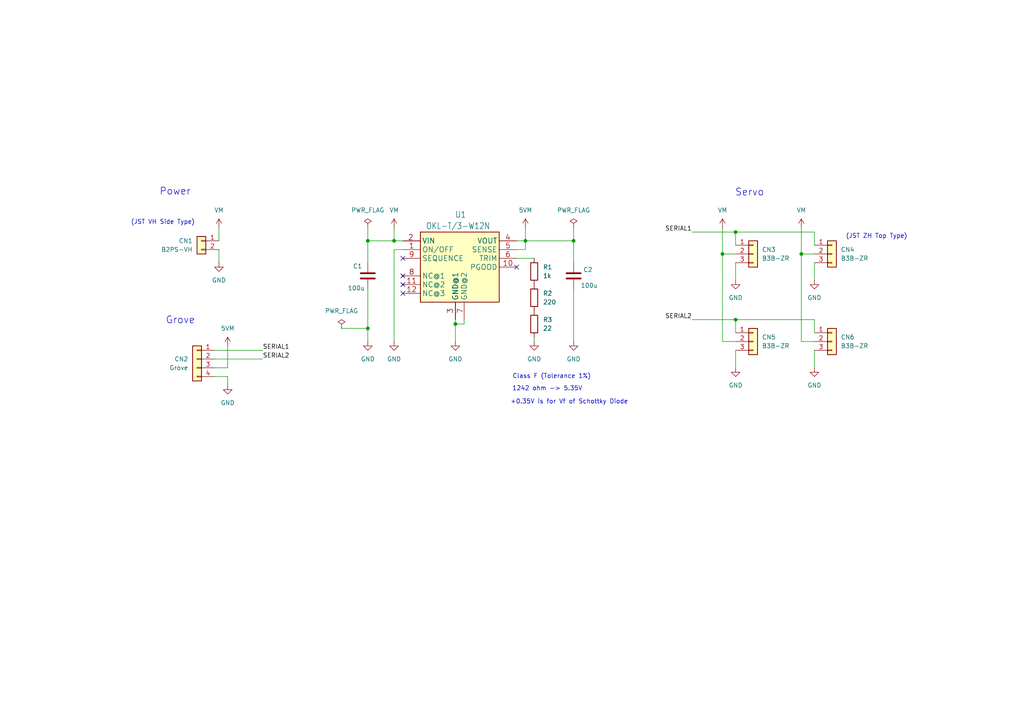
<source format=kicad_sch>
(kicad_sch
	(version 20250114)
	(generator "eeschema")
	(generator_version "9.0")
	(uuid "37f78be0-f9e9-4811-b780-892627006884")
	(paper "A4")
	(title_block
		(title "Stack-chan Powerd / Distribution Board")
		(date "2025-08-11")
		(rev "1.0")
	)
	(lib_symbols
		(symbol "Connector_Generic:Conn_01x02"
			(pin_names
				(offset 1.016)
				(hide yes)
			)
			(exclude_from_sim no)
			(in_bom yes)
			(on_board yes)
			(property "Reference" "J"
				(at 0 2.54 0)
				(effects
					(font
						(size 1.27 1.27)
					)
				)
			)
			(property "Value" "Conn_01x02"
				(at 0 -5.08 0)
				(effects
					(font
						(size 1.27 1.27)
					)
				)
			)
			(property "Footprint" ""
				(at 0 0 0)
				(effects
					(font
						(size 1.27 1.27)
					)
					(hide yes)
				)
			)
			(property "Datasheet" "~"
				(at 0 0 0)
				(effects
					(font
						(size 1.27 1.27)
					)
					(hide yes)
				)
			)
			(property "Description" "Generic connector, single row, 01x02, script generated (kicad-library-utils/schlib/autogen/connector/)"
				(at 0 0 0)
				(effects
					(font
						(size 1.27 1.27)
					)
					(hide yes)
				)
			)
			(property "ki_keywords" "connector"
				(at 0 0 0)
				(effects
					(font
						(size 1.27 1.27)
					)
					(hide yes)
				)
			)
			(property "ki_fp_filters" "Connector*:*_1x??_*"
				(at 0 0 0)
				(effects
					(font
						(size 1.27 1.27)
					)
					(hide yes)
				)
			)
			(symbol "Conn_01x02_1_1"
				(rectangle
					(start -1.27 1.27)
					(end 1.27 -3.81)
					(stroke
						(width 0.254)
						(type default)
					)
					(fill
						(type background)
					)
				)
				(rectangle
					(start -1.27 0.127)
					(end 0 -0.127)
					(stroke
						(width 0.1524)
						(type default)
					)
					(fill
						(type none)
					)
				)
				(rectangle
					(start -1.27 -2.413)
					(end 0 -2.667)
					(stroke
						(width 0.1524)
						(type default)
					)
					(fill
						(type none)
					)
				)
				(pin passive line
					(at -5.08 0 0)
					(length 3.81)
					(name "Pin_1"
						(effects
							(font
								(size 1.27 1.27)
							)
						)
					)
					(number "1"
						(effects
							(font
								(size 1.27 1.27)
							)
						)
					)
				)
				(pin passive line
					(at -5.08 -2.54 0)
					(length 3.81)
					(name "Pin_2"
						(effects
							(font
								(size 1.27 1.27)
							)
						)
					)
					(number "2"
						(effects
							(font
								(size 1.27 1.27)
							)
						)
					)
				)
			)
			(embedded_fonts no)
		)
		(symbol "Connector_Generic:Conn_01x03"
			(pin_names
				(offset 1.016)
				(hide yes)
			)
			(exclude_from_sim no)
			(in_bom yes)
			(on_board yes)
			(property "Reference" "J"
				(at 0 5.08 0)
				(effects
					(font
						(size 1.27 1.27)
					)
				)
			)
			(property "Value" "Conn_01x03"
				(at 0 -5.08 0)
				(effects
					(font
						(size 1.27 1.27)
					)
				)
			)
			(property "Footprint" ""
				(at 0 0 0)
				(effects
					(font
						(size 1.27 1.27)
					)
					(hide yes)
				)
			)
			(property "Datasheet" "~"
				(at 0 0 0)
				(effects
					(font
						(size 1.27 1.27)
					)
					(hide yes)
				)
			)
			(property "Description" "Generic connector, single row, 01x03, script generated (kicad-library-utils/schlib/autogen/connector/)"
				(at 0 0 0)
				(effects
					(font
						(size 1.27 1.27)
					)
					(hide yes)
				)
			)
			(property "ki_keywords" "connector"
				(at 0 0 0)
				(effects
					(font
						(size 1.27 1.27)
					)
					(hide yes)
				)
			)
			(property "ki_fp_filters" "Connector*:*_1x??_*"
				(at 0 0 0)
				(effects
					(font
						(size 1.27 1.27)
					)
					(hide yes)
				)
			)
			(symbol "Conn_01x03_1_1"
				(rectangle
					(start -1.27 3.81)
					(end 1.27 -3.81)
					(stroke
						(width 0.254)
						(type default)
					)
					(fill
						(type background)
					)
				)
				(rectangle
					(start -1.27 2.667)
					(end 0 2.413)
					(stroke
						(width 0.1524)
						(type default)
					)
					(fill
						(type none)
					)
				)
				(rectangle
					(start -1.27 0.127)
					(end 0 -0.127)
					(stroke
						(width 0.1524)
						(type default)
					)
					(fill
						(type none)
					)
				)
				(rectangle
					(start -1.27 -2.413)
					(end 0 -2.667)
					(stroke
						(width 0.1524)
						(type default)
					)
					(fill
						(type none)
					)
				)
				(pin passive line
					(at -5.08 2.54 0)
					(length 3.81)
					(name "Pin_1"
						(effects
							(font
								(size 1.27 1.27)
							)
						)
					)
					(number "1"
						(effects
							(font
								(size 1.27 1.27)
							)
						)
					)
				)
				(pin passive line
					(at -5.08 0 0)
					(length 3.81)
					(name "Pin_2"
						(effects
							(font
								(size 1.27 1.27)
							)
						)
					)
					(number "2"
						(effects
							(font
								(size 1.27 1.27)
							)
						)
					)
				)
				(pin passive line
					(at -5.08 -2.54 0)
					(length 3.81)
					(name "Pin_3"
						(effects
							(font
								(size 1.27 1.27)
							)
						)
					)
					(number "3"
						(effects
							(font
								(size 1.27 1.27)
							)
						)
					)
				)
			)
			(embedded_fonts no)
		)
		(symbol "Connector_Generic:Conn_01x04"
			(pin_names
				(offset 1.016)
				(hide yes)
			)
			(exclude_from_sim no)
			(in_bom yes)
			(on_board yes)
			(property "Reference" "J"
				(at 0 5.08 0)
				(effects
					(font
						(size 1.27 1.27)
					)
				)
			)
			(property "Value" "Conn_01x04"
				(at 0 -7.62 0)
				(effects
					(font
						(size 1.27 1.27)
					)
				)
			)
			(property "Footprint" ""
				(at 0 0 0)
				(effects
					(font
						(size 1.27 1.27)
					)
					(hide yes)
				)
			)
			(property "Datasheet" "~"
				(at 0 0 0)
				(effects
					(font
						(size 1.27 1.27)
					)
					(hide yes)
				)
			)
			(property "Description" "Generic connector, single row, 01x04, script generated (kicad-library-utils/schlib/autogen/connector/)"
				(at 0 0 0)
				(effects
					(font
						(size 1.27 1.27)
					)
					(hide yes)
				)
			)
			(property "ki_keywords" "connector"
				(at 0 0 0)
				(effects
					(font
						(size 1.27 1.27)
					)
					(hide yes)
				)
			)
			(property "ki_fp_filters" "Connector*:*_1x??_*"
				(at 0 0 0)
				(effects
					(font
						(size 1.27 1.27)
					)
					(hide yes)
				)
			)
			(symbol "Conn_01x04_1_1"
				(rectangle
					(start -1.27 3.81)
					(end 1.27 -6.35)
					(stroke
						(width 0.254)
						(type default)
					)
					(fill
						(type background)
					)
				)
				(rectangle
					(start -1.27 2.667)
					(end 0 2.413)
					(stroke
						(width 0.1524)
						(type default)
					)
					(fill
						(type none)
					)
				)
				(rectangle
					(start -1.27 0.127)
					(end 0 -0.127)
					(stroke
						(width 0.1524)
						(type default)
					)
					(fill
						(type none)
					)
				)
				(rectangle
					(start -1.27 -2.413)
					(end 0 -2.667)
					(stroke
						(width 0.1524)
						(type default)
					)
					(fill
						(type none)
					)
				)
				(rectangle
					(start -1.27 -4.953)
					(end 0 -5.207)
					(stroke
						(width 0.1524)
						(type default)
					)
					(fill
						(type none)
					)
				)
				(pin passive line
					(at -5.08 2.54 0)
					(length 3.81)
					(name "Pin_1"
						(effects
							(font
								(size 1.27 1.27)
							)
						)
					)
					(number "1"
						(effects
							(font
								(size 1.27 1.27)
							)
						)
					)
				)
				(pin passive line
					(at -5.08 0 0)
					(length 3.81)
					(name "Pin_2"
						(effects
							(font
								(size 1.27 1.27)
							)
						)
					)
					(number "2"
						(effects
							(font
								(size 1.27 1.27)
							)
						)
					)
				)
				(pin passive line
					(at -5.08 -2.54 0)
					(length 3.81)
					(name "Pin_3"
						(effects
							(font
								(size 1.27 1.27)
							)
						)
					)
					(number "3"
						(effects
							(font
								(size 1.27 1.27)
							)
						)
					)
				)
				(pin passive line
					(at -5.08 -5.08 0)
					(length 3.81)
					(name "Pin_4"
						(effects
							(font
								(size 1.27 1.27)
							)
						)
					)
					(number "4"
						(effects
							(font
								(size 1.27 1.27)
							)
						)
					)
				)
			)
			(embedded_fonts no)
		)
		(symbol "Device:C"
			(pin_numbers
				(hide yes)
			)
			(pin_names
				(offset 0.254)
			)
			(exclude_from_sim no)
			(in_bom yes)
			(on_board yes)
			(property "Reference" "C"
				(at 0.635 2.54 0)
				(effects
					(font
						(size 1.27 1.27)
					)
					(justify left)
				)
			)
			(property "Value" "C"
				(at 0.635 -2.54 0)
				(effects
					(font
						(size 1.27 1.27)
					)
					(justify left)
				)
			)
			(property "Footprint" ""
				(at 0.9652 -3.81 0)
				(effects
					(font
						(size 1.27 1.27)
					)
					(hide yes)
				)
			)
			(property "Datasheet" "~"
				(at 0 0 0)
				(effects
					(font
						(size 1.27 1.27)
					)
					(hide yes)
				)
			)
			(property "Description" "Unpolarized capacitor"
				(at 0 0 0)
				(effects
					(font
						(size 1.27 1.27)
					)
					(hide yes)
				)
			)
			(property "ki_keywords" "cap capacitor"
				(at 0 0 0)
				(effects
					(font
						(size 1.27 1.27)
					)
					(hide yes)
				)
			)
			(property "ki_fp_filters" "C_*"
				(at 0 0 0)
				(effects
					(font
						(size 1.27 1.27)
					)
					(hide yes)
				)
			)
			(symbol "C_0_1"
				(polyline
					(pts
						(xy -2.032 0.762) (xy 2.032 0.762)
					)
					(stroke
						(width 0.508)
						(type default)
					)
					(fill
						(type none)
					)
				)
				(polyline
					(pts
						(xy -2.032 -0.762) (xy 2.032 -0.762)
					)
					(stroke
						(width 0.508)
						(type default)
					)
					(fill
						(type none)
					)
				)
			)
			(symbol "C_1_1"
				(pin passive line
					(at 0 3.81 270)
					(length 2.794)
					(name "~"
						(effects
							(font
								(size 1.27 1.27)
							)
						)
					)
					(number "1"
						(effects
							(font
								(size 1.27 1.27)
							)
						)
					)
				)
				(pin passive line
					(at 0 -3.81 90)
					(length 2.794)
					(name "~"
						(effects
							(font
								(size 1.27 1.27)
							)
						)
					)
					(number "2"
						(effects
							(font
								(size 1.27 1.27)
							)
						)
					)
				)
			)
			(embedded_fonts no)
		)
		(symbol "Device:R"
			(pin_numbers
				(hide yes)
			)
			(pin_names
				(offset 0)
			)
			(exclude_from_sim no)
			(in_bom yes)
			(on_board yes)
			(property "Reference" "R"
				(at 2.032 0 90)
				(effects
					(font
						(size 1.27 1.27)
					)
				)
			)
			(property "Value" "R"
				(at 0 0 90)
				(effects
					(font
						(size 1.27 1.27)
					)
				)
			)
			(property "Footprint" ""
				(at -1.778 0 90)
				(effects
					(font
						(size 1.27 1.27)
					)
					(hide yes)
				)
			)
			(property "Datasheet" "~"
				(at 0 0 0)
				(effects
					(font
						(size 1.27 1.27)
					)
					(hide yes)
				)
			)
			(property "Description" "Resistor"
				(at 0 0 0)
				(effects
					(font
						(size 1.27 1.27)
					)
					(hide yes)
				)
			)
			(property "ki_keywords" "R res resistor"
				(at 0 0 0)
				(effects
					(font
						(size 1.27 1.27)
					)
					(hide yes)
				)
			)
			(property "ki_fp_filters" "R_*"
				(at 0 0 0)
				(effects
					(font
						(size 1.27 1.27)
					)
					(hide yes)
				)
			)
			(symbol "R_0_1"
				(rectangle
					(start -1.016 -2.54)
					(end 1.016 2.54)
					(stroke
						(width 0.254)
						(type default)
					)
					(fill
						(type none)
					)
				)
			)
			(symbol "R_1_1"
				(pin passive line
					(at 0 3.81 270)
					(length 1.27)
					(name "~"
						(effects
							(font
								(size 1.27 1.27)
							)
						)
					)
					(number "1"
						(effects
							(font
								(size 1.27 1.27)
							)
						)
					)
				)
				(pin passive line
					(at 0 -3.81 90)
					(length 1.27)
					(name "~"
						(effects
							(font
								(size 1.27 1.27)
							)
						)
					)
					(number "2"
						(effects
							(font
								(size 1.27 1.27)
							)
						)
					)
				)
			)
			(embedded_fonts no)
		)
		(symbol "OKL_T6_W12N:OKL-T/6-W12N"
			(exclude_from_sim no)
			(in_bom yes)
			(on_board yes)
			(property "Reference" "U"
				(at -12.7 12.7 0)
				(effects
					(font
						(size 1.778 1.5113)
					)
					(justify left bottom)
				)
			)
			(property "Value" ""
				(at -12.7 10.16 0)
				(effects
					(font
						(size 1.778 1.5113)
					)
					(justify left bottom)
				)
			)
			(property "Footprint" "OKL-T_X-WXXN"
				(at 0 9.398 0)
				(effects
					(font
						(size 1.27 1.27)
					)
					(hide yes)
				)
			)
			(property "Datasheet" ""
				(at 0 0 0)
				(effects
					(font
						(size 1.27 1.27)
					)
					(hide yes)
				)
			)
			(property "Description" ""
				(at 0 0 0)
				(effects
					(font
						(size 1.27 1.27)
					)
					(hide yes)
				)
			)
			(property "ki_locked" ""
				(at 0 0 0)
				(effects
					(font
						(size 1.27 1.27)
					)
				)
			)
			(symbol "OKL-T/6-W12N_1_0"
				(pin power_in line
					(at -15.24 5.08 0)
					(length 5.08)
					(name "VIN"
						(effects
							(font
								(size 1.524 1.524)
							)
						)
					)
					(number "2"
						(effects
							(font
								(size 0 0)
							)
						)
					)
				)
				(pin power_in line
					(at -15.24 5.08 0)
					(length 5.08)
					(name "VIN"
						(effects
							(font
								(size 1.524 1.524)
							)
						)
					)
					(number "2@2"
						(effects
							(font
								(size 0 0)
							)
						)
					)
				)
				(pin power_in line
					(at -15.24 5.08 0)
					(length 5.08)
					(name "VIN"
						(effects
							(font
								(size 1.524 1.524)
							)
						)
					)
					(number "2@3"
						(effects
							(font
								(size 0 0)
							)
						)
					)
				)
				(pin input line
					(at -15.24 2.54 0)
					(length 5.08)
					(name "ON/OFF"
						(effects
							(font
								(size 1.524 1.524)
							)
						)
					)
					(number "1"
						(effects
							(font
								(size 1.524 1.524)
							)
						)
					)
				)
				(pin input line
					(at -15.24 0 0)
					(length 5.08)
					(name "SEQUENCE"
						(effects
							(font
								(size 1.524 1.524)
							)
						)
					)
					(number "9"
						(effects
							(font
								(size 1.524 1.524)
							)
						)
					)
				)
				(pin no_connect line
					(at -15.24 -5.08 0)
					(length 5.08)
					(name "NC@1"
						(effects
							(font
								(size 1.524 1.524)
							)
						)
					)
					(number "8"
						(effects
							(font
								(size 1.524 1.524)
							)
						)
					)
				)
				(pin no_connect line
					(at -15.24 -7.62 0)
					(length 5.08)
					(name "NC@2"
						(effects
							(font
								(size 1.524 1.524)
							)
						)
					)
					(number "11"
						(effects
							(font
								(size 1.524 1.524)
							)
						)
					)
				)
				(pin bidirectional line
					(at -15.24 -10.16 0)
					(length 5.08)
					(name "NC@3"
						(effects
							(font
								(size 1.524 1.524)
							)
						)
					)
					(number "12"
						(effects
							(font
								(size 1.524 1.524)
							)
						)
					)
				)
				(pin power_in line
					(at 0 -17.78 90)
					(length 5.08)
					(name "GND@1"
						(effects
							(font
								(size 1.524 1.524)
							)
						)
					)
					(number "3"
						(effects
							(font
								(size 0 0)
							)
						)
					)
				)
				(pin power_in line
					(at 0 -17.78 90)
					(length 5.08)
					(name "GND@1"
						(effects
							(font
								(size 1.524 1.524)
							)
						)
					)
					(number "3@2"
						(effects
							(font
								(size 0 0)
							)
						)
					)
				)
				(pin power_in line
					(at 0 -17.78 90)
					(length 5.08)
					(name "GND@1"
						(effects
							(font
								(size 1.524 1.524)
							)
						)
					)
					(number "3@3"
						(effects
							(font
								(size 0 0)
							)
						)
					)
				)
				(pin power_in line
					(at 2.54 -17.78 90)
					(length 5.08)
					(name "GND@2"
						(effects
							(font
								(size 1.524 1.524)
							)
						)
					)
					(number "7"
						(effects
							(font
								(size 1.524 1.524)
							)
						)
					)
				)
				(pin power_in line
					(at 17.78 5.08 180)
					(length 5.08)
					(name "VOUT"
						(effects
							(font
								(size 1.524 1.524)
							)
						)
					)
					(number "4"
						(effects
							(font
								(size 0 0)
							)
						)
					)
				)
				(pin power_in line
					(at 17.78 5.08 180)
					(length 5.08)
					(name "VOUT"
						(effects
							(font
								(size 1.524 1.524)
							)
						)
					)
					(number "4@1"
						(effects
							(font
								(size 0 0)
							)
						)
					)
				)
				(pin input line
					(at 17.78 2.54 180)
					(length 5.08)
					(name "SENSE"
						(effects
							(font
								(size 1.524 1.524)
							)
						)
					)
					(number "5"
						(effects
							(font
								(size 1.524 1.524)
							)
						)
					)
				)
				(pin input line
					(at 17.78 0 180)
					(length 5.08)
					(name "TRIM"
						(effects
							(font
								(size 1.524 1.524)
							)
						)
					)
					(number "6"
						(effects
							(font
								(size 1.524 1.524)
							)
						)
					)
				)
				(pin open_collector line
					(at 17.78 -2.54 180)
					(length 5.08)
					(name "PGOOD"
						(effects
							(font
								(size 1.524 1.524)
							)
						)
					)
					(number "10"
						(effects
							(font
								(size 1.524 1.524)
							)
						)
					)
				)
			)
			(symbol "OKL-T/6-W12N_1_1"
				(rectangle
					(start -10.16 7.62)
					(end 12.7 -12.7)
					(stroke
						(width 0.254)
						(type default)
					)
					(fill
						(type background)
					)
				)
				(text "2"
					(at -12.954 6.096 0)
					(effects
						(font
							(size 1.524 1.524)
						)
					)
				)
				(text "3"
					(at -1.524 -15.24 900)
					(effects
						(font
							(size 1.524 1.524)
						)
					)
				)
				(text "4"
					(at 15.24 6.096 0)
					(effects
						(font
							(size 1.524 1.524)
						)
					)
				)
			)
			(embedded_fonts no)
		)
		(symbol "power:+12C"
			(power)
			(pin_numbers
				(hide yes)
			)
			(pin_names
				(offset 0)
				(hide yes)
			)
			(exclude_from_sim no)
			(in_bom yes)
			(on_board yes)
			(property "Reference" "#PWR"
				(at 0 -3.81 0)
				(effects
					(font
						(size 1.27 1.27)
					)
					(hide yes)
				)
			)
			(property "Value" "+12C"
				(at 0 3.556 0)
				(effects
					(font
						(size 1.27 1.27)
					)
				)
			)
			(property "Footprint" ""
				(at 0 0 0)
				(effects
					(font
						(size 1.27 1.27)
					)
					(hide yes)
				)
			)
			(property "Datasheet" ""
				(at 0 0 0)
				(effects
					(font
						(size 1.27 1.27)
					)
					(hide yes)
				)
			)
			(property "Description" "Power symbol creates a global label with name \"+12C\""
				(at 0 0 0)
				(effects
					(font
						(size 1.27 1.27)
					)
					(hide yes)
				)
			)
			(property "ki_keywords" "global power"
				(at 0 0 0)
				(effects
					(font
						(size 1.27 1.27)
					)
					(hide yes)
				)
			)
			(symbol "+12C_0_1"
				(polyline
					(pts
						(xy -0.762 1.27) (xy 0 2.54)
					)
					(stroke
						(width 0)
						(type default)
					)
					(fill
						(type none)
					)
				)
				(polyline
					(pts
						(xy 0 2.54) (xy 0.762 1.27)
					)
					(stroke
						(width 0)
						(type default)
					)
					(fill
						(type none)
					)
				)
				(polyline
					(pts
						(xy 0 0) (xy 0 2.54)
					)
					(stroke
						(width 0)
						(type default)
					)
					(fill
						(type none)
					)
				)
			)
			(symbol "+12C_1_1"
				(pin power_in line
					(at 0 0 90)
					(length 0)
					(name "~"
						(effects
							(font
								(size 1.27 1.27)
							)
						)
					)
					(number "1"
						(effects
							(font
								(size 1.27 1.27)
							)
						)
					)
				)
			)
			(embedded_fonts no)
		)
		(symbol "power:GND"
			(power)
			(pin_numbers
				(hide yes)
			)
			(pin_names
				(offset 0)
				(hide yes)
			)
			(exclude_from_sim no)
			(in_bom yes)
			(on_board yes)
			(property "Reference" "#PWR"
				(at 0 -6.35 0)
				(effects
					(font
						(size 1.27 1.27)
					)
					(hide yes)
				)
			)
			(property "Value" "GND"
				(at 0 -3.81 0)
				(effects
					(font
						(size 1.27 1.27)
					)
				)
			)
			(property "Footprint" ""
				(at 0 0 0)
				(effects
					(font
						(size 1.27 1.27)
					)
					(hide yes)
				)
			)
			(property "Datasheet" ""
				(at 0 0 0)
				(effects
					(font
						(size 1.27 1.27)
					)
					(hide yes)
				)
			)
			(property "Description" "Power symbol creates a global label with name \"GND\" , ground"
				(at 0 0 0)
				(effects
					(font
						(size 1.27 1.27)
					)
					(hide yes)
				)
			)
			(property "ki_keywords" "global power"
				(at 0 0 0)
				(effects
					(font
						(size 1.27 1.27)
					)
					(hide yes)
				)
			)
			(symbol "GND_0_1"
				(polyline
					(pts
						(xy 0 0) (xy 0 -1.27) (xy 1.27 -1.27) (xy 0 -2.54) (xy -1.27 -1.27) (xy 0 -1.27)
					)
					(stroke
						(width 0)
						(type default)
					)
					(fill
						(type none)
					)
				)
			)
			(symbol "GND_1_1"
				(pin power_in line
					(at 0 0 270)
					(length 0)
					(name "~"
						(effects
							(font
								(size 1.27 1.27)
							)
						)
					)
					(number "1"
						(effects
							(font
								(size 1.27 1.27)
							)
						)
					)
				)
			)
			(embedded_fonts no)
		)
		(symbol "power:PWR_FLAG"
			(power)
			(pin_numbers
				(hide yes)
			)
			(pin_names
				(offset 0)
				(hide yes)
			)
			(exclude_from_sim no)
			(in_bom yes)
			(on_board yes)
			(property "Reference" "#FLG"
				(at 0 1.905 0)
				(effects
					(font
						(size 1.27 1.27)
					)
					(hide yes)
				)
			)
			(property "Value" "PWR_FLAG"
				(at 0 3.81 0)
				(effects
					(font
						(size 1.27 1.27)
					)
				)
			)
			(property "Footprint" ""
				(at 0 0 0)
				(effects
					(font
						(size 1.27 1.27)
					)
					(hide yes)
				)
			)
			(property "Datasheet" "~"
				(at 0 0 0)
				(effects
					(font
						(size 1.27 1.27)
					)
					(hide yes)
				)
			)
			(property "Description" "Special symbol for telling ERC where power comes from"
				(at 0 0 0)
				(effects
					(font
						(size 1.27 1.27)
					)
					(hide yes)
				)
			)
			(property "ki_keywords" "flag power"
				(at 0 0 0)
				(effects
					(font
						(size 1.27 1.27)
					)
					(hide yes)
				)
			)
			(symbol "PWR_FLAG_0_0"
				(pin power_out line
					(at 0 0 90)
					(length 0)
					(name "~"
						(effects
							(font
								(size 1.27 1.27)
							)
						)
					)
					(number "1"
						(effects
							(font
								(size 1.27 1.27)
							)
						)
					)
				)
			)
			(symbol "PWR_FLAG_0_1"
				(polyline
					(pts
						(xy 0 0) (xy 0 1.27) (xy -1.016 1.905) (xy 0 2.54) (xy 1.016 1.905) (xy 0 1.27)
					)
					(stroke
						(width 0)
						(type default)
					)
					(fill
						(type none)
					)
				)
			)
			(embedded_fonts no)
		)
	)
	(text "Servo"
		(exclude_from_sim no)
		(at 217.424 55.88 0)
		(effects
			(font
				(size 2.032 2.032)
			)
		)
		(uuid "0b410d83-3710-4379-84a2-8de82f7cd69f")
	)
	(text "Power"
		(exclude_from_sim no)
		(at 50.8 55.626 0)
		(effects
			(font
				(size 2.032 2.032)
			)
		)
		(uuid "24e0d574-fde2-4291-89d9-ac5d434c8d1e")
	)
	(text "1242 ohm -> 5.35V"
		(exclude_from_sim no)
		(at 158.75 112.776 0)
		(effects
			(font
				(size 1.27 1.27)
			)
		)
		(uuid "27df7648-5649-4dbd-8385-afb62c82db27")
	)
	(text "(JST VH Side Type)"
		(exclude_from_sim no)
		(at 47.244 64.516 0)
		(effects
			(font
				(size 1.27 1.27)
			)
		)
		(uuid "34d17693-bd87-49db-adaa-fb2808a262bd")
	)
	(text "+0.35V is for Vf of Schottky Diode"
		(exclude_from_sim no)
		(at 165.1 116.586 0)
		(effects
			(font
				(size 1.27 1.27)
			)
		)
		(uuid "6ca0d33c-be67-4177-849c-3d697e4172ff")
	)
	(text "(JST ZH Top Type)"
		(exclude_from_sim no)
		(at 254.254 68.58 0)
		(effects
			(font
				(size 1.27 1.27)
			)
		)
		(uuid "817744f9-8e59-4bf6-90f1-42cfc753f14f")
	)
	(text "Grove"
		(exclude_from_sim no)
		(at 52.324 92.964 0)
		(effects
			(font
				(size 2.032 2.032)
			)
		)
		(uuid "8b22135b-6234-4b02-b8e4-355a64e60cd2")
	)
	(text "Class F (Tolerance 1%)"
		(exclude_from_sim no)
		(at 160.02 109.22 0)
		(effects
			(font
				(size 1.27 1.27)
			)
		)
		(uuid "cf822235-bb7c-4068-8b56-0a7f013ece1d")
	)
	(junction
		(at 209.55 73.66)
		(diameter 0)
		(color 0 0 0 0)
		(uuid "7f51fbaf-80f8-4311-b54c-42622381250d")
	)
	(junction
		(at 232.41 73.66)
		(diameter 0)
		(color 0 0 0 0)
		(uuid "90c1b0b4-4a76-42e9-91bc-397554eb2a1e")
	)
	(junction
		(at 132.08 93.98)
		(diameter 0)
		(color 0 0 0 0)
		(uuid "99c7c7be-39f7-42e8-a036-e7a8921e2767")
	)
	(junction
		(at 152.4 69.85)
		(diameter 0)
		(color 0 0 0 0)
		(uuid "ad9bdd21-4970-4b63-9be6-70e81caef6e9")
	)
	(junction
		(at 106.68 69.85)
		(diameter 0)
		(color 0 0 0 0)
		(uuid "adb8115e-6955-48df-8c0e-c4758c6e9559")
	)
	(junction
		(at 106.68 95.25)
		(diameter 0)
		(color 0 0 0 0)
		(uuid "b6a105e0-e80f-4d36-a879-6d9f079a07ad")
	)
	(junction
		(at 166.37 69.85)
		(diameter 0)
		(color 0 0 0 0)
		(uuid "c1ab018b-34a8-41d6-a822-04ddf5923b35")
	)
	(junction
		(at 114.3 69.85)
		(diameter 0)
		(color 0 0 0 0)
		(uuid "dd8eb65c-4b34-40bc-a27d-0817f3881faf")
	)
	(junction
		(at 213.36 67.31)
		(diameter 0)
		(color 0 0 0 0)
		(uuid "e58f5ff5-f578-47ca-9945-97470a5efcb1")
	)
	(junction
		(at 213.36 92.71)
		(diameter 0)
		(color 0 0 0 0)
		(uuid "f5c20a23-0a6b-40e4-8611-c4839f297bc0")
	)
	(no_connect
		(at 116.84 74.93)
		(uuid "17d42945-7599-42de-8c50-064971221261")
	)
	(no_connect
		(at 116.84 82.55)
		(uuid "1f65bc30-313c-4b6f-99ab-9439c156b606")
	)
	(no_connect
		(at 149.86 77.47)
		(uuid "71120c55-6480-4c18-92b7-7c42ca60b916")
	)
	(no_connect
		(at 116.84 85.09)
		(uuid "8c82103b-8b45-4f22-83ab-3f5d117a2ee4")
	)
	(no_connect
		(at 116.84 80.01)
		(uuid "f211b552-bbb1-47ff-a583-1212c3ace954")
	)
	(wire
		(pts
			(xy 232.41 99.06) (xy 232.41 73.66)
		)
		(stroke
			(width 0)
			(type default)
		)
		(uuid "003c55cb-2ea2-4fd4-8776-fabb0557da0b")
	)
	(wire
		(pts
			(xy 232.41 73.66) (xy 236.22 73.66)
		)
		(stroke
			(width 0)
			(type default)
		)
		(uuid "02c2ea42-0ee2-479a-a18f-868aeb132dce")
	)
	(wire
		(pts
			(xy 236.22 99.06) (xy 232.41 99.06)
		)
		(stroke
			(width 0)
			(type default)
		)
		(uuid "04f2c08d-43c1-4626-a16e-63edb989a6d4")
	)
	(wire
		(pts
			(xy 106.68 95.25) (xy 106.68 99.06)
		)
		(stroke
			(width 0)
			(type default)
		)
		(uuid "0901ba9b-30d2-45f8-97ac-366bf55d0f5e")
	)
	(wire
		(pts
			(xy 99.06 95.25) (xy 106.68 95.25)
		)
		(stroke
			(width 0)
			(type default)
		)
		(uuid "0b0b6e3d-8204-4dc2-96fd-cfbe0fd44f9c")
	)
	(wire
		(pts
			(xy 106.68 83.82) (xy 106.68 95.25)
		)
		(stroke
			(width 0)
			(type default)
		)
		(uuid "158f7a21-e83b-46a7-8b84-51f59daea7ff")
	)
	(wire
		(pts
			(xy 236.22 96.52) (xy 236.22 92.71)
		)
		(stroke
			(width 0)
			(type default)
		)
		(uuid "1bb20dae-30c9-4cef-8404-2c366e72ac94")
	)
	(wire
		(pts
			(xy 106.68 69.85) (xy 114.3 69.85)
		)
		(stroke
			(width 0)
			(type default)
		)
		(uuid "1cfd084e-aeb2-487f-bb72-fa0342c2e01c")
	)
	(wire
		(pts
			(xy 213.36 67.31) (xy 236.22 67.31)
		)
		(stroke
			(width 0)
			(type default)
		)
		(uuid "1d6087b4-36da-47cb-a1bd-3bf0797c6b4c")
	)
	(wire
		(pts
			(xy 236.22 76.2) (xy 236.22 81.28)
		)
		(stroke
			(width 0)
			(type default)
		)
		(uuid "28fa2493-c024-4668-a49d-0932d263a18e")
	)
	(wire
		(pts
			(xy 209.55 66.04) (xy 209.55 73.66)
		)
		(stroke
			(width 0)
			(type default)
		)
		(uuid "296dbaaf-ed02-4758-b563-3d059cd23e55")
	)
	(wire
		(pts
			(xy 213.36 71.12) (xy 213.36 67.31)
		)
		(stroke
			(width 0)
			(type default)
		)
		(uuid "299c9f8a-339e-41b8-ac76-b71c5ddb5af6")
	)
	(wire
		(pts
			(xy 134.62 92.71) (xy 134.62 93.98)
		)
		(stroke
			(width 0)
			(type default)
		)
		(uuid "2a415a4f-1046-4657-9788-4d76e2754615")
	)
	(wire
		(pts
			(xy 152.4 66.04) (xy 152.4 69.85)
		)
		(stroke
			(width 0)
			(type default)
		)
		(uuid "31e586f8-ad8c-4141-8f10-cce2aa49ae35")
	)
	(wire
		(pts
			(xy 66.04 109.22) (xy 66.04 111.76)
		)
		(stroke
			(width 0)
			(type default)
		)
		(uuid "35ae9208-a1d9-49bd-9505-d41b7cb1c815")
	)
	(wire
		(pts
			(xy 213.36 76.2) (xy 213.36 81.28)
		)
		(stroke
			(width 0)
			(type default)
		)
		(uuid "3bf3fa97-2504-4cdf-bd53-a4d49c217e86")
	)
	(wire
		(pts
			(xy 62.23 109.22) (xy 66.04 109.22)
		)
		(stroke
			(width 0)
			(type default)
		)
		(uuid "4358e7b3-c251-4556-9dfb-5f69dd30bfaa")
	)
	(wire
		(pts
			(xy 116.84 69.85) (xy 114.3 69.85)
		)
		(stroke
			(width 0)
			(type default)
		)
		(uuid "4651d56f-f37c-4e07-888b-0ee2c02f4387")
	)
	(wire
		(pts
			(xy 132.08 99.06) (xy 132.08 93.98)
		)
		(stroke
			(width 0)
			(type default)
		)
		(uuid "4a546083-6af1-46d9-87ae-0b927fee607a")
	)
	(wire
		(pts
			(xy 114.3 72.39) (xy 114.3 99.06)
		)
		(stroke
			(width 0)
			(type default)
		)
		(uuid "53f65fa6-f9a7-4ff2-870a-958dd81e1568")
	)
	(wire
		(pts
			(xy 106.68 66.04) (xy 106.68 69.85)
		)
		(stroke
			(width 0)
			(type default)
		)
		(uuid "555bf830-4a92-47e6-a1c3-a03badc71ba6")
	)
	(wire
		(pts
			(xy 200.66 67.31) (xy 213.36 67.31)
		)
		(stroke
			(width 0)
			(type default)
		)
		(uuid "58e095e2-313a-476a-8dc3-44977e17d3bf")
	)
	(wire
		(pts
			(xy 166.37 66.04) (xy 166.37 69.85)
		)
		(stroke
			(width 0)
			(type default)
		)
		(uuid "5e830f70-61aa-499c-9b25-c8a48803667f")
	)
	(wire
		(pts
			(xy 200.66 92.71) (xy 213.36 92.71)
		)
		(stroke
			(width 0)
			(type default)
		)
		(uuid "6095816c-0cd9-47c8-8583-b30fde857d4c")
	)
	(wire
		(pts
			(xy 154.94 99.06) (xy 154.94 97.79)
		)
		(stroke
			(width 0)
			(type default)
		)
		(uuid "652dda1b-843e-4adc-8082-b717653ff961")
	)
	(wire
		(pts
			(xy 236.22 71.12) (xy 236.22 67.31)
		)
		(stroke
			(width 0)
			(type default)
		)
		(uuid "6545c262-2963-4709-81b6-4550f88a0b1d")
	)
	(wire
		(pts
			(xy 213.36 101.6) (xy 213.36 106.68)
		)
		(stroke
			(width 0)
			(type default)
		)
		(uuid "65f2c7e7-13a5-431d-96d1-e65aa9a75683")
	)
	(wire
		(pts
			(xy 63.5 72.39) (xy 63.5 76.2)
		)
		(stroke
			(width 0)
			(type default)
		)
		(uuid "6751687a-9fa6-43ca-ba93-327ac6b8cbb2")
	)
	(wire
		(pts
			(xy 166.37 83.82) (xy 166.37 99.06)
		)
		(stroke
			(width 0)
			(type default)
		)
		(uuid "6c19a597-0aac-467e-b53e-296d870d0155")
	)
	(wire
		(pts
			(xy 132.08 93.98) (xy 132.08 92.71)
		)
		(stroke
			(width 0)
			(type default)
		)
		(uuid "6df3bbee-375d-441c-beff-78f4e15fa82c")
	)
	(wire
		(pts
			(xy 213.36 92.71) (xy 236.22 92.71)
		)
		(stroke
			(width 0)
			(type default)
		)
		(uuid "78e59849-d2dc-46a0-8af0-946cd1260d9c")
	)
	(wire
		(pts
			(xy 152.4 72.39) (xy 152.4 69.85)
		)
		(stroke
			(width 0)
			(type default)
		)
		(uuid "7a108803-96de-4db6-8e91-25c98f8b4a2c")
	)
	(wire
		(pts
			(xy 62.23 101.6) (xy 76.2 101.6)
		)
		(stroke
			(width 0)
			(type default)
		)
		(uuid "8461fc51-c5a1-492d-ae03-09b925cb3576")
	)
	(wire
		(pts
			(xy 62.23 106.68) (xy 66.04 106.68)
		)
		(stroke
			(width 0)
			(type default)
		)
		(uuid "8518ecf6-3c01-4c0f-a475-7e75a05d5b71")
	)
	(wire
		(pts
			(xy 236.22 101.6) (xy 236.22 106.68)
		)
		(stroke
			(width 0)
			(type default)
		)
		(uuid "8ec3a84c-2eae-4979-b03d-ddac6f39dca3")
	)
	(wire
		(pts
			(xy 66.04 100.33) (xy 66.04 106.68)
		)
		(stroke
			(width 0)
			(type default)
		)
		(uuid "91e63128-f762-41f5-bf3f-f285453f548c")
	)
	(wire
		(pts
			(xy 149.86 72.39) (xy 152.4 72.39)
		)
		(stroke
			(width 0)
			(type default)
		)
		(uuid "98a40af9-30fc-4ea8-8562-9d154c5963f2")
	)
	(wire
		(pts
			(xy 114.3 69.85) (xy 114.3 66.04)
		)
		(stroke
			(width 0)
			(type default)
		)
		(uuid "9bebed88-448b-42ec-92a3-441c97e1ac74")
	)
	(wire
		(pts
			(xy 116.84 72.39) (xy 114.3 72.39)
		)
		(stroke
			(width 0)
			(type default)
		)
		(uuid "9d36b27a-dcab-4c01-a53c-a92d5f247d32")
	)
	(wire
		(pts
			(xy 213.36 99.06) (xy 209.55 99.06)
		)
		(stroke
			(width 0)
			(type default)
		)
		(uuid "a2667268-26f0-4ce3-9574-8e4a12cbc2ea")
	)
	(wire
		(pts
			(xy 232.41 66.04) (xy 232.41 73.66)
		)
		(stroke
			(width 0)
			(type default)
		)
		(uuid "a71c4355-ea71-4af9-b14f-341bedf45416")
	)
	(wire
		(pts
			(xy 63.5 66.04) (xy 63.5 69.85)
		)
		(stroke
			(width 0)
			(type default)
		)
		(uuid "b77795cb-3980-4a75-b2dd-4ea0f2869302")
	)
	(wire
		(pts
			(xy 149.86 74.93) (xy 154.94 74.93)
		)
		(stroke
			(width 0)
			(type default)
		)
		(uuid "b9fa0e18-6c68-47d8-bcf7-136f2ff5f9ac")
	)
	(wire
		(pts
			(xy 152.4 69.85) (xy 149.86 69.85)
		)
		(stroke
			(width 0)
			(type default)
		)
		(uuid "c0fd541a-b8b7-478a-959e-6922e960b97e")
	)
	(wire
		(pts
			(xy 213.36 92.71) (xy 213.36 96.52)
		)
		(stroke
			(width 0)
			(type default)
		)
		(uuid "c1733824-bbeb-443a-ad5f-93b3ea0cf388")
	)
	(wire
		(pts
			(xy 209.55 73.66) (xy 213.36 73.66)
		)
		(stroke
			(width 0)
			(type default)
		)
		(uuid "ca0751cb-24ef-4d7b-ae37-228953d3c309")
	)
	(wire
		(pts
			(xy 106.68 76.2) (xy 106.68 69.85)
		)
		(stroke
			(width 0)
			(type default)
		)
		(uuid "cc92a28b-096f-47ba-a28b-7d1bc8f37632")
	)
	(wire
		(pts
			(xy 166.37 69.85) (xy 152.4 69.85)
		)
		(stroke
			(width 0)
			(type default)
		)
		(uuid "d5a58cce-3a4d-4144-9ee3-b46d7d7c2049")
	)
	(wire
		(pts
			(xy 209.55 99.06) (xy 209.55 73.66)
		)
		(stroke
			(width 0)
			(type default)
		)
		(uuid "dbc280d5-d735-4eee-9916-a26582bb8fdc")
	)
	(wire
		(pts
			(xy 166.37 76.2) (xy 166.37 69.85)
		)
		(stroke
			(width 0)
			(type default)
		)
		(uuid "e053ceba-3967-4d97-a69b-d9d4373e5302")
	)
	(wire
		(pts
			(xy 134.62 93.98) (xy 132.08 93.98)
		)
		(stroke
			(width 0)
			(type default)
		)
		(uuid "e079afb8-cf8e-4cbc-9592-44e80611619d")
	)
	(wire
		(pts
			(xy 62.23 104.14) (xy 76.2 104.14)
		)
		(stroke
			(width 0)
			(type default)
		)
		(uuid "e46fe9cc-3bca-49ae-8070-991a40ee181d")
	)
	(label "SERIAL2"
		(at 200.66 92.71 180)
		(effects
			(font
				(size 1.27 1.27)
			)
			(justify right bottom)
		)
		(uuid "04e33854-5c97-4065-805b-cef35cbd6cce")
	)
	(label "SERIAL1"
		(at 200.66 67.31 180)
		(effects
			(font
				(size 1.27 1.27)
			)
			(justify right bottom)
		)
		(uuid "2d01cb94-adb5-4e26-bb46-adf9c8fe98a1")
	)
	(label "SERIAL2"
		(at 76.2 104.14 0)
		(effects
			(font
				(size 1.27 1.27)
			)
			(justify left bottom)
		)
		(uuid "5e5c6402-83b2-4313-874d-91dc95c302da")
	)
	(label "SERIAL1"
		(at 76.2 101.6 0)
		(effects
			(font
				(size 1.27 1.27)
			)
			(justify left bottom)
		)
		(uuid "b77ff286-b3eb-45e8-92bc-913a5a44a441")
	)
	(symbol
		(lib_id "Connector_Generic:Conn_01x03")
		(at 218.44 99.06 0)
		(unit 1)
		(exclude_from_sim no)
		(in_bom yes)
		(on_board yes)
		(dnp no)
		(fields_autoplaced yes)
		(uuid "02aba22b-fab4-4338-b3da-c618e16b926c")
		(property "Reference" "CN5"
			(at 220.98 97.7899 0)
			(effects
				(font
					(size 1.27 1.27)
				)
				(justify left)
			)
		)
		(property "Value" "B3B-ZR"
			(at 220.98 100.3299 0)
			(effects
				(font
					(size 1.27 1.27)
				)
				(justify left)
			)
		)
		(property "Footprint" "Connector_JST:JST_ZH_B3B-ZR_1x03_P1.50mm_Vertical"
			(at 218.44 99.06 0)
			(effects
				(font
					(size 1.27 1.27)
				)
				(hide yes)
			)
		)
		(property "Datasheet" "~"
			(at 218.44 99.06 0)
			(effects
				(font
					(size 1.27 1.27)
				)
				(hide yes)
			)
		)
		(property "Description" "Generic connector, single row, 01x03, script generated (kicad-library-utils/schlib/autogen/connector/)"
			(at 218.44 99.06 0)
			(effects
				(font
					(size 1.27 1.27)
				)
				(hide yes)
			)
		)
		(pin "1"
			(uuid "3dbbc1a3-f3de-4360-af91-0a28d7eca2ec")
		)
		(pin "3"
			(uuid "4f041475-ea0f-499a-abe9-a6df77a9a2bf")
		)
		(pin "2"
			(uuid "4fea4af1-94f6-43a7-935d-ada579ec49f3")
		)
		(instances
			(project "Distribution"
				(path "/37f78be0-f9e9-4811-b780-892627006884"
					(reference "CN5")
					(unit 1)
				)
			)
		)
	)
	(symbol
		(lib_id "Connector_Generic:Conn_01x04")
		(at 57.15 104.14 0)
		(mirror y)
		(unit 1)
		(exclude_from_sim no)
		(in_bom yes)
		(on_board yes)
		(dnp no)
		(uuid "051f6654-8d95-4e6b-ab3d-6a1a3328512d")
		(property "Reference" "CN2"
			(at 54.61 104.1399 0)
			(effects
				(font
					(size 1.27 1.27)
				)
				(justify left)
			)
		)
		(property "Value" "Grove"
			(at 54.61 106.6799 0)
			(effects
				(font
					(size 1.27 1.27)
				)
				(justify left)
			)
		)
		(property "Footprint" "Grove:GROVE-HW4-2.0"
			(at 57.15 104.14 0)
			(effects
				(font
					(size 1.27 1.27)
				)
				(hide yes)
			)
		)
		(property "Datasheet" "~"
			(at 57.15 104.14 0)
			(effects
				(font
					(size 1.27 1.27)
				)
				(hide yes)
			)
		)
		(property "Description" "Generic connector, single row, 01x04, script generated (kicad-library-utils/schlib/autogen/connector/)"
			(at 57.15 104.14 0)
			(effects
				(font
					(size 1.27 1.27)
				)
				(hide yes)
			)
		)
		(pin "3"
			(uuid "a98e3938-d56f-4159-ae0a-d461e6a5ce1a")
		)
		(pin "4"
			(uuid "c04dbed7-ba4f-4467-95c0-0f959fa42770")
		)
		(pin "1"
			(uuid "3b54ab6a-5cf6-4f3c-955e-b89cf7c7aca0")
		)
		(pin "2"
			(uuid "4d7e5177-88f7-45f5-8242-1c4a599d5f13")
		)
		(instances
			(project "Distribution"
				(path "/37f78be0-f9e9-4811-b780-892627006884"
					(reference "CN2")
					(unit 1)
				)
			)
		)
	)
	(symbol
		(lib_id "power:+12C")
		(at 66.04 100.33 0)
		(unit 1)
		(exclude_from_sim no)
		(in_bom yes)
		(on_board yes)
		(dnp no)
		(fields_autoplaced yes)
		(uuid "055074be-b090-4484-84f2-bd039b8cf0a4")
		(property "Reference" "#PWR04"
			(at 66.04 104.14 0)
			(effects
				(font
					(size 1.27 1.27)
				)
				(hide yes)
			)
		)
		(property "Value" "5VM"
			(at 66.04 95.25 0)
			(effects
				(font
					(size 1.27 1.27)
				)
			)
		)
		(property "Footprint" ""
			(at 66.04 100.33 0)
			(effects
				(font
					(size 1.27 1.27)
				)
				(hide yes)
			)
		)
		(property "Datasheet" ""
			(at 66.04 100.33 0)
			(effects
				(font
					(size 1.27 1.27)
				)
				(hide yes)
			)
		)
		(property "Description" "Power symbol creates a global label with name \"+12C\""
			(at 66.04 100.33 0)
			(effects
				(font
					(size 1.27 1.27)
				)
				(hide yes)
			)
		)
		(pin "1"
			(uuid "82f46e63-0eb8-4afe-b96f-e78575b7cb24")
		)
		(instances
			(project "Distribution"
				(path "/37f78be0-f9e9-4811-b780-892627006884"
					(reference "#PWR04")
					(unit 1)
				)
			)
		)
	)
	(symbol
		(lib_id "power:GND")
		(at 132.08 99.06 0)
		(unit 1)
		(exclude_from_sim no)
		(in_bom yes)
		(on_board yes)
		(dnp no)
		(fields_autoplaced yes)
		(uuid "0a0bf80c-e5ee-4128-880c-0a80e89886ec")
		(property "Reference" "#PWR011"
			(at 132.08 105.41 0)
			(effects
				(font
					(size 1.27 1.27)
				)
				(hide yes)
			)
		)
		(property "Value" "GND"
			(at 132.08 104.14 0)
			(effects
				(font
					(size 1.27 1.27)
				)
			)
		)
		(property "Footprint" ""
			(at 132.08 99.06 0)
			(effects
				(font
					(size 1.27 1.27)
				)
				(hide yes)
			)
		)
		(property "Datasheet" ""
			(at 132.08 99.06 0)
			(effects
				(font
					(size 1.27 1.27)
				)
				(hide yes)
			)
		)
		(property "Description" "Power symbol creates a global label with name \"GND\" , ground"
			(at 132.08 99.06 0)
			(effects
				(font
					(size 1.27 1.27)
				)
				(hide yes)
			)
		)
		(pin "1"
			(uuid "2228628a-a1e0-430c-ae7f-3d7982fc1c44")
		)
		(instances
			(project "Distribution"
				(path "/37f78be0-f9e9-4811-b780-892627006884"
					(reference "#PWR011")
					(unit 1)
				)
			)
		)
	)
	(symbol
		(lib_id "Device:C")
		(at 106.68 80.01 0)
		(unit 1)
		(exclude_from_sim no)
		(in_bom yes)
		(on_board yes)
		(dnp no)
		(uuid "0d143d1e-a4e2-45f0-9e92-6a247c0fef32")
		(property "Reference" "C1"
			(at 102.362 77.216 0)
			(effects
				(font
					(size 1.27 1.27)
				)
				(justify left)
			)
		)
		(property "Value" "100u"
			(at 100.838 83.566 0)
			(effects
				(font
					(size 1.27 1.27)
				)
				(justify left)
			)
		)
		(property "Footprint" "Capacitor_SMD:C_1206_3216Metric"
			(at 107.6452 83.82 0)
			(effects
				(font
					(size 1.27 1.27)
				)
				(hide yes)
			)
		)
		(property "Datasheet" "~"
			(at 106.68 80.01 0)
			(effects
				(font
					(size 1.27 1.27)
				)
				(hide yes)
			)
		)
		(property "Description" "Unpolarized capacitor"
			(at 106.68 80.01 0)
			(effects
				(font
					(size 1.27 1.27)
				)
				(hide yes)
			)
		)
		(pin "1"
			(uuid "25265ee9-13e8-4f47-8520-942b2c8c5b2e")
		)
		(pin "2"
			(uuid "aed5a91e-7763-41ac-ad6e-439ef0f08c90")
		)
		(instances
			(project "Distribution"
				(path "/37f78be0-f9e9-4811-b780-892627006884"
					(reference "C1")
					(unit 1)
				)
			)
		)
	)
	(symbol
		(lib_id "Connector_Generic:Conn_01x03")
		(at 241.3 73.66 0)
		(unit 1)
		(exclude_from_sim no)
		(in_bom yes)
		(on_board yes)
		(dnp no)
		(fields_autoplaced yes)
		(uuid "19affa03-9d32-40b7-8da4-e0c0ec3688c5")
		(property "Reference" "CN4"
			(at 243.84 72.3899 0)
			(effects
				(font
					(size 1.27 1.27)
				)
				(justify left)
			)
		)
		(property "Value" "B3B-ZR"
			(at 243.84 74.9299 0)
			(effects
				(font
					(size 1.27 1.27)
				)
				(justify left)
			)
		)
		(property "Footprint" "Connector_JST:JST_ZH_B3B-ZR_1x03_P1.50mm_Vertical"
			(at 241.3 73.66 0)
			(effects
				(font
					(size 1.27 1.27)
				)
				(hide yes)
			)
		)
		(property "Datasheet" "~"
			(at 241.3 73.66 0)
			(effects
				(font
					(size 1.27 1.27)
				)
				(hide yes)
			)
		)
		(property "Description" "Generic connector, single row, 01x03, script generated (kicad-library-utils/schlib/autogen/connector/)"
			(at 241.3 73.66 0)
			(effects
				(font
					(size 1.27 1.27)
				)
				(hide yes)
			)
		)
		(pin "1"
			(uuid "7faf41fd-7e62-49fc-9c34-253d8c707752")
		)
		(pin "3"
			(uuid "57f8b64a-0d4b-4109-a687-fdd677fc0a74")
		)
		(pin "2"
			(uuid "410fba36-4ef4-4e31-9018-9e36e7f23ac2")
		)
		(instances
			(project "Distribution"
				(path "/37f78be0-f9e9-4811-b780-892627006884"
					(reference "CN4")
					(unit 1)
				)
			)
		)
	)
	(symbol
		(lib_id "power:GND")
		(at 166.37 99.06 0)
		(unit 1)
		(exclude_from_sim no)
		(in_bom yes)
		(on_board yes)
		(dnp no)
		(fields_autoplaced yes)
		(uuid "1add66cf-c17e-49b3-bd34-7ef4aad91a66")
		(property "Reference" "#PWR017"
			(at 166.37 105.41 0)
			(effects
				(font
					(size 1.27 1.27)
				)
				(hide yes)
			)
		)
		(property "Value" "GND"
			(at 166.37 104.14 0)
			(effects
				(font
					(size 1.27 1.27)
				)
			)
		)
		(property "Footprint" ""
			(at 166.37 99.06 0)
			(effects
				(font
					(size 1.27 1.27)
				)
				(hide yes)
			)
		)
		(property "Datasheet" ""
			(at 166.37 99.06 0)
			(effects
				(font
					(size 1.27 1.27)
				)
				(hide yes)
			)
		)
		(property "Description" "Power symbol creates a global label with name \"GND\" , ground"
			(at 166.37 99.06 0)
			(effects
				(font
					(size 1.27 1.27)
				)
				(hide yes)
			)
		)
		(pin "1"
			(uuid "7e9fae37-543d-4326-993a-62fa70ed116f")
		)
		(instances
			(project "Distribution"
				(path "/37f78be0-f9e9-4811-b780-892627006884"
					(reference "#PWR017")
					(unit 1)
				)
			)
		)
	)
	(symbol
		(lib_id "power:GND")
		(at 63.5 76.2 0)
		(unit 1)
		(exclude_from_sim no)
		(in_bom yes)
		(on_board yes)
		(dnp no)
		(fields_autoplaced yes)
		(uuid "1dd0abcf-e77e-4151-b611-5f4c418d5052")
		(property "Reference" "#PWR01"
			(at 63.5 82.55 0)
			(effects
				(font
					(size 1.27 1.27)
				)
				(hide yes)
			)
		)
		(property "Value" "GND"
			(at 63.5 81.28 0)
			(effects
				(font
					(size 1.27 1.27)
				)
			)
		)
		(property "Footprint" ""
			(at 63.5 76.2 0)
			(effects
				(font
					(size 1.27 1.27)
				)
				(hide yes)
			)
		)
		(property "Datasheet" ""
			(at 63.5 76.2 0)
			(effects
				(font
					(size 1.27 1.27)
				)
				(hide yes)
			)
		)
		(property "Description" "Power symbol creates a global label with name \"GND\" , ground"
			(at 63.5 76.2 0)
			(effects
				(font
					(size 1.27 1.27)
				)
				(hide yes)
			)
		)
		(pin "1"
			(uuid "5c9dd9d0-39ad-4931-ace7-8f0ddbbc9e5c")
		)
		(instances
			(project ""
				(path "/37f78be0-f9e9-4811-b780-892627006884"
					(reference "#PWR01")
					(unit 1)
				)
			)
		)
	)
	(symbol
		(lib_id "power:+12C")
		(at 114.3 66.04 0)
		(unit 1)
		(exclude_from_sim no)
		(in_bom yes)
		(on_board yes)
		(dnp no)
		(fields_autoplaced yes)
		(uuid "3259abdf-43f1-43bb-b130-ab343b4ffa3b")
		(property "Reference" "#PWR012"
			(at 114.3 69.85 0)
			(effects
				(font
					(size 1.27 1.27)
				)
				(hide yes)
			)
		)
		(property "Value" "VM"
			(at 114.3 60.96 0)
			(effects
				(font
					(size 1.27 1.27)
				)
			)
		)
		(property "Footprint" ""
			(at 114.3 66.04 0)
			(effects
				(font
					(size 1.27 1.27)
				)
				(hide yes)
			)
		)
		(property "Datasheet" ""
			(at 114.3 66.04 0)
			(effects
				(font
					(size 1.27 1.27)
				)
				(hide yes)
			)
		)
		(property "Description" "Power symbol creates a global label with name \"+12C\""
			(at 114.3 66.04 0)
			(effects
				(font
					(size 1.27 1.27)
				)
				(hide yes)
			)
		)
		(pin "1"
			(uuid "67e5c29c-1611-443e-97a9-670ed362119d")
		)
		(instances
			(project "Distribution"
				(path "/37f78be0-f9e9-4811-b780-892627006884"
					(reference "#PWR012")
					(unit 1)
				)
			)
		)
	)
	(symbol
		(lib_id "Device:R")
		(at 154.94 86.36 0)
		(unit 1)
		(exclude_from_sim no)
		(in_bom yes)
		(on_board yes)
		(dnp no)
		(fields_autoplaced yes)
		(uuid "32e5381e-3c9b-40c1-ada7-3f4de1f6db12")
		(property "Reference" "R2"
			(at 157.48 85.0899 0)
			(effects
				(font
					(size 1.27 1.27)
				)
				(justify left)
			)
		)
		(property "Value" "220"
			(at 157.48 87.6299 0)
			(effects
				(font
					(size 1.27 1.27)
				)
				(justify left)
			)
		)
		(property "Footprint" "Resistor_SMD:R_0603_1608Metric"
			(at 153.162 86.36 90)
			(effects
				(font
					(size 1.27 1.27)
				)
				(hide yes)
			)
		)
		(property "Datasheet" "~"
			(at 154.94 86.36 0)
			(effects
				(font
					(size 1.27 1.27)
				)
				(hide yes)
			)
		)
		(property "Description" "Resistor"
			(at 154.94 86.36 0)
			(effects
				(font
					(size 1.27 1.27)
				)
				(hide yes)
			)
		)
		(pin "2"
			(uuid "989dc1a6-1046-4b48-bb24-1b5cf0e66283")
		)
		(pin "1"
			(uuid "be60029b-9cc1-48a7-b799-90d25d8dce9e")
		)
		(instances
			(project "Distribution"
				(path "/37f78be0-f9e9-4811-b780-892627006884"
					(reference "R2")
					(unit 1)
				)
			)
		)
	)
	(symbol
		(lib_id "power:PWR_FLAG")
		(at 166.37 66.04 0)
		(unit 1)
		(exclude_from_sim no)
		(in_bom yes)
		(on_board yes)
		(dnp no)
		(fields_autoplaced yes)
		(uuid "4755bb08-efaf-4d57-adf6-35c52bb3b04d")
		(property "Reference" "#FLG02"
			(at 166.37 64.135 0)
			(effects
				(font
					(size 1.27 1.27)
				)
				(hide yes)
			)
		)
		(property "Value" "PWR_FLAG"
			(at 166.37 60.96 0)
			(effects
				(font
					(size 1.27 1.27)
				)
			)
		)
		(property "Footprint" ""
			(at 166.37 66.04 0)
			(effects
				(font
					(size 1.27 1.27)
				)
				(hide yes)
			)
		)
		(property "Datasheet" "~"
			(at 166.37 66.04 0)
			(effects
				(font
					(size 1.27 1.27)
				)
				(hide yes)
			)
		)
		(property "Description" "Special symbol for telling ERC where power comes from"
			(at 166.37 66.04 0)
			(effects
				(font
					(size 1.27 1.27)
				)
				(hide yes)
			)
		)
		(pin "1"
			(uuid "4f4b9f44-3697-4d6c-99c5-67b476b3f756")
		)
		(instances
			(project "Distribution"
				(path "/37f78be0-f9e9-4811-b780-892627006884"
					(reference "#FLG02")
					(unit 1)
				)
			)
		)
	)
	(symbol
		(lib_id "power:+12C")
		(at 63.5 66.04 0)
		(unit 1)
		(exclude_from_sim no)
		(in_bom yes)
		(on_board yes)
		(dnp no)
		(fields_autoplaced yes)
		(uuid "67161167-18a3-4d4a-a658-148bc37a7d46")
		(property "Reference" "#PWR02"
			(at 63.5 69.85 0)
			(effects
				(font
					(size 1.27 1.27)
				)
				(hide yes)
			)
		)
		(property "Value" "VM"
			(at 63.5 60.96 0)
			(effects
				(font
					(size 1.27 1.27)
				)
			)
		)
		(property "Footprint" ""
			(at 63.5 66.04 0)
			(effects
				(font
					(size 1.27 1.27)
				)
				(hide yes)
			)
		)
		(property "Datasheet" ""
			(at 63.5 66.04 0)
			(effects
				(font
					(size 1.27 1.27)
				)
				(hide yes)
			)
		)
		(property "Description" "Power symbol creates a global label with name \"+12C\""
			(at 63.5 66.04 0)
			(effects
				(font
					(size 1.27 1.27)
				)
				(hide yes)
			)
		)
		(pin "1"
			(uuid "8627c597-539a-455d-8a5f-2d5df9cf3e58")
		)
		(instances
			(project ""
				(path "/37f78be0-f9e9-4811-b780-892627006884"
					(reference "#PWR02")
					(unit 1)
				)
			)
		)
	)
	(symbol
		(lib_id "power:GND")
		(at 154.94 99.06 0)
		(unit 1)
		(exclude_from_sim no)
		(in_bom yes)
		(on_board yes)
		(dnp no)
		(fields_autoplaced yes)
		(uuid "697f79a6-b53b-4f74-b8b8-73aa05daab57")
		(property "Reference" "#PWR015"
			(at 154.94 105.41 0)
			(effects
				(font
					(size 1.27 1.27)
				)
				(hide yes)
			)
		)
		(property "Value" "GND"
			(at 154.94 104.14 0)
			(effects
				(font
					(size 1.27 1.27)
				)
			)
		)
		(property "Footprint" ""
			(at 154.94 99.06 0)
			(effects
				(font
					(size 1.27 1.27)
				)
				(hide yes)
			)
		)
		(property "Datasheet" ""
			(at 154.94 99.06 0)
			(effects
				(font
					(size 1.27 1.27)
				)
				(hide yes)
			)
		)
		(property "Description" "Power symbol creates a global label with name \"GND\" , ground"
			(at 154.94 99.06 0)
			(effects
				(font
					(size 1.27 1.27)
				)
				(hide yes)
			)
		)
		(pin "1"
			(uuid "94f986f3-7f6c-4d98-b53e-ddabd39db2f4")
		)
		(instances
			(project "Distribution"
				(path "/37f78be0-f9e9-4811-b780-892627006884"
					(reference "#PWR015")
					(unit 1)
				)
			)
		)
	)
	(symbol
		(lib_id "power:GND")
		(at 66.04 111.76 0)
		(unit 1)
		(exclude_from_sim no)
		(in_bom yes)
		(on_board yes)
		(dnp no)
		(fields_autoplaced yes)
		(uuid "6af5f388-df9b-4910-b74f-f34c5dec7df4")
		(property "Reference" "#PWR03"
			(at 66.04 118.11 0)
			(effects
				(font
					(size 1.27 1.27)
				)
				(hide yes)
			)
		)
		(property "Value" "GND"
			(at 66.04 116.84 0)
			(effects
				(font
					(size 1.27 1.27)
				)
			)
		)
		(property "Footprint" ""
			(at 66.04 111.76 0)
			(effects
				(font
					(size 1.27 1.27)
				)
				(hide yes)
			)
		)
		(property "Datasheet" ""
			(at 66.04 111.76 0)
			(effects
				(font
					(size 1.27 1.27)
				)
				(hide yes)
			)
		)
		(property "Description" "Power symbol creates a global label with name \"GND\" , ground"
			(at 66.04 111.76 0)
			(effects
				(font
					(size 1.27 1.27)
				)
				(hide yes)
			)
		)
		(pin "1"
			(uuid "149e0ac2-6e11-438f-8509-093d47fdc654")
		)
		(instances
			(project "Distribution"
				(path "/37f78be0-f9e9-4811-b780-892627006884"
					(reference "#PWR03")
					(unit 1)
				)
			)
		)
	)
	(symbol
		(lib_id "Device:R")
		(at 154.94 78.74 0)
		(unit 1)
		(exclude_from_sim no)
		(in_bom yes)
		(on_board yes)
		(dnp no)
		(fields_autoplaced yes)
		(uuid "6c2402fd-7cd0-4bdc-a254-2a1dffa4c86b")
		(property "Reference" "R1"
			(at 157.48 77.4699 0)
			(effects
				(font
					(size 1.27 1.27)
				)
				(justify left)
			)
		)
		(property "Value" "1k"
			(at 157.48 80.0099 0)
			(effects
				(font
					(size 1.27 1.27)
				)
				(justify left)
			)
		)
		(property "Footprint" "Resistor_SMD:R_0603_1608Metric"
			(at 153.162 78.74 90)
			(effects
				(font
					(size 1.27 1.27)
				)
				(hide yes)
			)
		)
		(property "Datasheet" "~"
			(at 154.94 78.74 0)
			(effects
				(font
					(size 1.27 1.27)
				)
				(hide yes)
			)
		)
		(property "Description" "Resistor"
			(at 154.94 78.74 0)
			(effects
				(font
					(size 1.27 1.27)
				)
				(hide yes)
			)
		)
		(pin "2"
			(uuid "73b098e6-ba60-44c9-abda-6284ffd203e5")
		)
		(pin "1"
			(uuid "c6c29f6c-a0e9-4394-b19f-88f28b1643ab")
		)
		(instances
			(project ""
				(path "/37f78be0-f9e9-4811-b780-892627006884"
					(reference "R1")
					(unit 1)
				)
			)
		)
	)
	(symbol
		(lib_id "power:GND")
		(at 106.68 99.06 0)
		(unit 1)
		(exclude_from_sim no)
		(in_bom yes)
		(on_board yes)
		(dnp no)
		(fields_autoplaced yes)
		(uuid "6cd858e1-56eb-4b84-b785-0ec3136859fe")
		(property "Reference" "#PWR016"
			(at 106.68 105.41 0)
			(effects
				(font
					(size 1.27 1.27)
				)
				(hide yes)
			)
		)
		(property "Value" "GND"
			(at 106.68 104.14 0)
			(effects
				(font
					(size 1.27 1.27)
				)
			)
		)
		(property "Footprint" ""
			(at 106.68 99.06 0)
			(effects
				(font
					(size 1.27 1.27)
				)
				(hide yes)
			)
		)
		(property "Datasheet" ""
			(at 106.68 99.06 0)
			(effects
				(font
					(size 1.27 1.27)
				)
				(hide yes)
			)
		)
		(property "Description" "Power symbol creates a global label with name \"GND\" , ground"
			(at 106.68 99.06 0)
			(effects
				(font
					(size 1.27 1.27)
				)
				(hide yes)
			)
		)
		(pin "1"
			(uuid "a7c2b6d2-e258-4412-bb90-eed8655b37f5")
		)
		(instances
			(project "Distribution"
				(path "/37f78be0-f9e9-4811-b780-892627006884"
					(reference "#PWR016")
					(unit 1)
				)
			)
		)
	)
	(symbol
		(lib_id "Connector_Generic:Conn_01x02")
		(at 58.42 69.85 0)
		(mirror y)
		(unit 1)
		(exclude_from_sim no)
		(in_bom yes)
		(on_board yes)
		(dnp no)
		(uuid "6d70bd36-68e4-4725-aade-ce79d91e793c")
		(property "Reference" "CN1"
			(at 55.88 69.8499 0)
			(effects
				(font
					(size 1.27 1.27)
				)
				(justify left)
			)
		)
		(property "Value" "B2PS-VH"
			(at 55.88 72.3899 0)
			(effects
				(font
					(size 1.27 1.27)
				)
				(justify left)
			)
		)
		(property "Footprint" "Connector_JST:JST_VH_B2PS-VH_1x02_P3.96mm_Horizontal"
			(at 58.42 69.85 0)
			(effects
				(font
					(size 1.27 1.27)
				)
				(hide yes)
			)
		)
		(property "Datasheet" "~"
			(at 58.42 69.85 0)
			(effects
				(font
					(size 1.27 1.27)
				)
				(hide yes)
			)
		)
		(property "Description" "Generic connector, single row, 01x02, script generated (kicad-library-utils/schlib/autogen/connector/)"
			(at 58.42 69.85 0)
			(effects
				(font
					(size 1.27 1.27)
				)
				(hide yes)
			)
		)
		(pin "2"
			(uuid "dde96638-5356-488e-ae17-b4c6e771fd59")
		)
		(pin "1"
			(uuid "41487371-2731-4dd0-9d79-66e9415fa3a2")
		)
		(instances
			(project ""
				(path "/37f78be0-f9e9-4811-b780-892627006884"
					(reference "CN1")
					(unit 1)
				)
			)
		)
	)
	(symbol
		(lib_id "Device:R")
		(at 154.94 93.98 0)
		(unit 1)
		(exclude_from_sim no)
		(in_bom yes)
		(on_board yes)
		(dnp no)
		(fields_autoplaced yes)
		(uuid "6fc390cb-1442-4dee-b47f-f73035ab0247")
		(property "Reference" "R3"
			(at 157.48 92.7099 0)
			(effects
				(font
					(size 1.27 1.27)
				)
				(justify left)
			)
		)
		(property "Value" "22"
			(at 157.48 95.2499 0)
			(effects
				(font
					(size 1.27 1.27)
				)
				(justify left)
			)
		)
		(property "Footprint" "Resistor_SMD:R_0603_1608Metric"
			(at 153.162 93.98 90)
			(effects
				(font
					(size 1.27 1.27)
				)
				(hide yes)
			)
		)
		(property "Datasheet" "~"
			(at 154.94 93.98 0)
			(effects
				(font
					(size 1.27 1.27)
				)
				(hide yes)
			)
		)
		(property "Description" "Resistor"
			(at 154.94 93.98 0)
			(effects
				(font
					(size 1.27 1.27)
				)
				(hide yes)
			)
		)
		(pin "2"
			(uuid "1abb5da8-d920-4b57-9720-315a398e0726")
		)
		(pin "1"
			(uuid "5d3f2b5b-a49c-4675-b79f-a875d0d01664")
		)
		(instances
			(project "Distribution"
				(path "/37f78be0-f9e9-4811-b780-892627006884"
					(reference "R3")
					(unit 1)
				)
			)
		)
	)
	(symbol
		(lib_id "Connector_Generic:Conn_01x03")
		(at 241.3 99.06 0)
		(unit 1)
		(exclude_from_sim no)
		(in_bom yes)
		(on_board yes)
		(dnp no)
		(fields_autoplaced yes)
		(uuid "72c92475-c3f5-43c0-a6c9-4aaa1b5997ee")
		(property "Reference" "CN6"
			(at 243.84 97.7899 0)
			(effects
				(font
					(size 1.27 1.27)
				)
				(justify left)
			)
		)
		(property "Value" "B3B-ZR"
			(at 243.84 100.3299 0)
			(effects
				(font
					(size 1.27 1.27)
				)
				(justify left)
			)
		)
		(property "Footprint" "Connector_JST:JST_ZH_B3B-ZR_1x03_P1.50mm_Vertical"
			(at 241.3 99.06 0)
			(effects
				(font
					(size 1.27 1.27)
				)
				(hide yes)
			)
		)
		(property "Datasheet" "~"
			(at 241.3 99.06 0)
			(effects
				(font
					(size 1.27 1.27)
				)
				(hide yes)
			)
		)
		(property "Description" "Generic connector, single row, 01x03, script generated (kicad-library-utils/schlib/autogen/connector/)"
			(at 241.3 99.06 0)
			(effects
				(font
					(size 1.27 1.27)
				)
				(hide yes)
			)
		)
		(pin "1"
			(uuid "d8335e47-396b-4300-903e-638c1b94214a")
		)
		(pin "3"
			(uuid "1b2419d9-cba9-4a7d-9416-29ffe97457f6")
		)
		(pin "2"
			(uuid "e1f1c0f4-d4ed-4c03-8acb-da05eee0b0f7")
		)
		(instances
			(project "Distribution"
				(path "/37f78be0-f9e9-4811-b780-892627006884"
					(reference "CN6")
					(unit 1)
				)
			)
		)
	)
	(symbol
		(lib_id "Connector_Generic:Conn_01x03")
		(at 218.44 73.66 0)
		(unit 1)
		(exclude_from_sim no)
		(in_bom yes)
		(on_board yes)
		(dnp no)
		(fields_autoplaced yes)
		(uuid "7a81e761-fc82-49e6-8bad-4b777b859a3e")
		(property "Reference" "CN3"
			(at 220.98 72.3899 0)
			(effects
				(font
					(size 1.27 1.27)
				)
				(justify left)
			)
		)
		(property "Value" "B3B-ZR"
			(at 220.98 74.9299 0)
			(effects
				(font
					(size 1.27 1.27)
				)
				(justify left)
			)
		)
		(property "Footprint" "Connector_JST:JST_ZH_B3B-ZR_1x03_P1.50mm_Vertical"
			(at 218.44 73.66 0)
			(effects
				(font
					(size 1.27 1.27)
				)
				(hide yes)
			)
		)
		(property "Datasheet" "~"
			(at 218.44 73.66 0)
			(effects
				(font
					(size 1.27 1.27)
				)
				(hide yes)
			)
		)
		(property "Description" "Generic connector, single row, 01x03, script generated (kicad-library-utils/schlib/autogen/connector/)"
			(at 218.44 73.66 0)
			(effects
				(font
					(size 1.27 1.27)
				)
				(hide yes)
			)
		)
		(pin "1"
			(uuid "dc8ca1c9-f16c-42a3-9c2d-a4224091dd80")
		)
		(pin "3"
			(uuid "4332a8c3-720d-46ac-b547-8b38cd6e463f")
		)
		(pin "2"
			(uuid "bf49aa3d-fff8-4290-8d0e-f9799a4fdb76")
		)
		(instances
			(project ""
				(path "/37f78be0-f9e9-4811-b780-892627006884"
					(reference "CN3")
					(unit 1)
				)
			)
		)
	)
	(symbol
		(lib_id "power:PWR_FLAG")
		(at 106.68 66.04 0)
		(unit 1)
		(exclude_from_sim no)
		(in_bom yes)
		(on_board yes)
		(dnp no)
		(fields_autoplaced yes)
		(uuid "99f64c70-b934-4978-b5d3-4950f10e56c0")
		(property "Reference" "#FLG01"
			(at 106.68 64.135 0)
			(effects
				(font
					(size 1.27 1.27)
				)
				(hide yes)
			)
		)
		(property "Value" "PWR_FLAG"
			(at 106.68 60.96 0)
			(effects
				(font
					(size 1.27 1.27)
				)
			)
		)
		(property "Footprint" ""
			(at 106.68 66.04 0)
			(effects
				(font
					(size 1.27 1.27)
				)
				(hide yes)
			)
		)
		(property "Datasheet" "~"
			(at 106.68 66.04 0)
			(effects
				(font
					(size 1.27 1.27)
				)
				(hide yes)
			)
		)
		(property "Description" "Special symbol for telling ERC where power comes from"
			(at 106.68 66.04 0)
			(effects
				(font
					(size 1.27 1.27)
				)
				(hide yes)
			)
		)
		(pin "1"
			(uuid "7766d7b4-52d9-47c3-8daf-9d712b84f7db")
		)
		(instances
			(project ""
				(path "/37f78be0-f9e9-4811-b780-892627006884"
					(reference "#FLG01")
					(unit 1)
				)
			)
		)
	)
	(symbol
		(lib_id "power:+12C")
		(at 209.55 66.04 0)
		(unit 1)
		(exclude_from_sim no)
		(in_bom yes)
		(on_board yes)
		(dnp no)
		(fields_autoplaced yes)
		(uuid "a621efd2-c3b6-42f8-bc73-602af2718eba")
		(property "Reference" "#PWR09"
			(at 209.55 69.85 0)
			(effects
				(font
					(size 1.27 1.27)
				)
				(hide yes)
			)
		)
		(property "Value" "VM"
			(at 209.55 60.96 0)
			(effects
				(font
					(size 1.27 1.27)
				)
			)
		)
		(property "Footprint" ""
			(at 209.55 66.04 0)
			(effects
				(font
					(size 1.27 1.27)
				)
				(hide yes)
			)
		)
		(property "Datasheet" ""
			(at 209.55 66.04 0)
			(effects
				(font
					(size 1.27 1.27)
				)
				(hide yes)
			)
		)
		(property "Description" "Power symbol creates a global label with name \"+12C\""
			(at 209.55 66.04 0)
			(effects
				(font
					(size 1.27 1.27)
				)
				(hide yes)
			)
		)
		(pin "1"
			(uuid "81166c8a-df9c-4a15-8bf8-3f82cf37c125")
		)
		(instances
			(project "Distribution"
				(path "/37f78be0-f9e9-4811-b780-892627006884"
					(reference "#PWR09")
					(unit 1)
				)
			)
		)
	)
	(symbol
		(lib_id "OKL_T6_W12N:OKL-T/6-W12N")
		(at 132.08 74.93 0)
		(unit 1)
		(exclude_from_sim no)
		(in_bom yes)
		(on_board yes)
		(dnp no)
		(uuid "b3414342-4baa-44fc-8250-66bf243ed8e3")
		(property "Reference" "U1"
			(at 133.604 62.23 0)
			(effects
				(font
					(size 1.778 1.5113)
				)
			)
		)
		(property "Value" "OKL-T/3-W12N"
			(at 132.842 65.532 0)
			(effects
				(font
					(size 1.778 1.5113)
				)
			)
		)
		(property "Footprint" "OKL_T6_W12N:OKL-T_X-WXXN"
			(at 132.08 74.93 0)
			(effects
				(font
					(size 1.27 1.27)
				)
				(hide yes)
			)
		)
		(property "Datasheet" ""
			(at 132.08 74.93 0)
			(effects
				(font
					(size 1.27 1.27)
				)
				(hide yes)
			)
		)
		(property "Description" ""
			(at 132.08 74.93 0)
			(effects
				(font
					(size 1.27 1.27)
				)
				(hide yes)
			)
		)
		(pin "9"
			(uuid "9f484c97-d0be-48fb-8d54-a4396ee70585")
		)
		(pin "8"
			(uuid "4d7e7495-82f7-4fcb-a093-4abff2238d2b")
		)
		(pin "1"
			(uuid "b765ee84-3f95-4511-9c2e-3bd2e70cd5d9")
		)
		(pin "2"
			(uuid "6e7a2274-fb7a-48f2-87b6-eacfccc2d43a")
		)
		(pin "2@3"
			(uuid "46e4066f-d3d9-44df-95a7-be8740a6f3cd")
		)
		(pin "2@2"
			(uuid "4d6c3c2b-c91d-4739-90d2-808cd1b59ae3")
		)
		(pin "12"
			(uuid "8187a5c2-2534-4db4-967c-e4db6a876dab")
		)
		(pin "11"
			(uuid "79efa453-77d0-44d6-8a7c-208b59c58489")
		)
		(pin "4@1"
			(uuid "e22476e9-1f9a-4f78-83ed-a610b33d9183")
		)
		(pin "5"
			(uuid "56150afa-e92d-4d40-9869-5006bd12fdcc")
		)
		(pin "3"
			(uuid "95991180-fc29-4104-894e-9a404b98a2e9")
		)
		(pin "3@3"
			(uuid "42184e9f-f320-43ed-81a4-f580872813c7")
		)
		(pin "7"
			(uuid "00aedb0b-1832-431c-ada4-3de3ca2bc77b")
		)
		(pin "4"
			(uuid "d48a1f0a-8640-4673-b909-bad751e2f40d")
		)
		(pin "10"
			(uuid "c97eea43-acc3-47bb-af35-eec61744e794")
		)
		(pin "6"
			(uuid "aa4296aa-787b-40bc-a855-ff7d1239794e")
		)
		(pin "3@2"
			(uuid "f9cbdf24-0473-436a-8e05-61e816fa7b94")
		)
		(instances
			(project ""
				(path "/37f78be0-f9e9-4811-b780-892627006884"
					(reference "U1")
					(unit 1)
				)
			)
		)
	)
	(symbol
		(lib_id "power:GND")
		(at 213.36 106.68 0)
		(unit 1)
		(exclude_from_sim no)
		(in_bom yes)
		(on_board yes)
		(dnp no)
		(fields_autoplaced yes)
		(uuid "b8a3b0cd-8e24-4bbc-96bb-d23502d2eed7")
		(property "Reference" "#PWR07"
			(at 213.36 113.03 0)
			(effects
				(font
					(size 1.27 1.27)
				)
				(hide yes)
			)
		)
		(property "Value" "GND"
			(at 213.36 111.76 0)
			(effects
				(font
					(size 1.27 1.27)
				)
			)
		)
		(property "Footprint" ""
			(at 213.36 106.68 0)
			(effects
				(font
					(size 1.27 1.27)
				)
				(hide yes)
			)
		)
		(property "Datasheet" ""
			(at 213.36 106.68 0)
			(effects
				(font
					(size 1.27 1.27)
				)
				(hide yes)
			)
		)
		(property "Description" "Power symbol creates a global label with name \"GND\" , ground"
			(at 213.36 106.68 0)
			(effects
				(font
					(size 1.27 1.27)
				)
				(hide yes)
			)
		)
		(pin "1"
			(uuid "c67ef8ba-49c7-4d31-9f1e-dee1df81b78a")
		)
		(instances
			(project "Distribution"
				(path "/37f78be0-f9e9-4811-b780-892627006884"
					(reference "#PWR07")
					(unit 1)
				)
			)
		)
	)
	(symbol
		(lib_id "power:+12C")
		(at 232.41 66.04 0)
		(unit 1)
		(exclude_from_sim no)
		(in_bom yes)
		(on_board yes)
		(dnp no)
		(fields_autoplaced yes)
		(uuid "d0690572-33d9-4e8d-bbb4-db7e2bf73327")
		(property "Reference" "#PWR010"
			(at 232.41 69.85 0)
			(effects
				(font
					(size 1.27 1.27)
				)
				(hide yes)
			)
		)
		(property "Value" "VM"
			(at 232.41 60.96 0)
			(effects
				(font
					(size 1.27 1.27)
				)
			)
		)
		(property "Footprint" ""
			(at 232.41 66.04 0)
			(effects
				(font
					(size 1.27 1.27)
				)
				(hide yes)
			)
		)
		(property "Datasheet" ""
			(at 232.41 66.04 0)
			(effects
				(font
					(size 1.27 1.27)
				)
				(hide yes)
			)
		)
		(property "Description" "Power symbol creates a global label with name \"+12C\""
			(at 232.41 66.04 0)
			(effects
				(font
					(size 1.27 1.27)
				)
				(hide yes)
			)
		)
		(pin "1"
			(uuid "1716096b-68f2-44a6-b234-5c2758dc2672")
		)
		(instances
			(project "Distribution"
				(path "/37f78be0-f9e9-4811-b780-892627006884"
					(reference "#PWR010")
					(unit 1)
				)
			)
		)
	)
	(symbol
		(lib_id "power:GND")
		(at 236.22 106.68 0)
		(unit 1)
		(exclude_from_sim no)
		(in_bom yes)
		(on_board yes)
		(dnp no)
		(fields_autoplaced yes)
		(uuid "d4e75ace-847c-4447-af86-18d0ec355b6a")
		(property "Reference" "#PWR08"
			(at 236.22 113.03 0)
			(effects
				(font
					(size 1.27 1.27)
				)
				(hide yes)
			)
		)
		(property "Value" "GND"
			(at 236.22 111.76 0)
			(effects
				(font
					(size 1.27 1.27)
				)
			)
		)
		(property "Footprint" ""
			(at 236.22 106.68 0)
			(effects
				(font
					(size 1.27 1.27)
				)
				(hide yes)
			)
		)
		(property "Datasheet" ""
			(at 236.22 106.68 0)
			(effects
				(font
					(size 1.27 1.27)
				)
				(hide yes)
			)
		)
		(property "Description" "Power symbol creates a global label with name \"GND\" , ground"
			(at 236.22 106.68 0)
			(effects
				(font
					(size 1.27 1.27)
				)
				(hide yes)
			)
		)
		(pin "1"
			(uuid "de89c4b9-760f-4151-8e98-5b5e2e33aa79")
		)
		(instances
			(project "Distribution"
				(path "/37f78be0-f9e9-4811-b780-892627006884"
					(reference "#PWR08")
					(unit 1)
				)
			)
		)
	)
	(symbol
		(lib_id "power:GND")
		(at 114.3 99.06 0)
		(unit 1)
		(exclude_from_sim no)
		(in_bom yes)
		(on_board yes)
		(dnp no)
		(fields_autoplaced yes)
		(uuid "e085aeb9-d538-4901-b31b-be8ed56b70cb")
		(property "Reference" "#PWR014"
			(at 114.3 105.41 0)
			(effects
				(font
					(size 1.27 1.27)
				)
				(hide yes)
			)
		)
		(property "Value" "GND"
			(at 114.3 104.14 0)
			(effects
				(font
					(size 1.27 1.27)
				)
			)
		)
		(property "Footprint" ""
			(at 114.3 99.06 0)
			(effects
				(font
					(size 1.27 1.27)
				)
				(hide yes)
			)
		)
		(property "Datasheet" ""
			(at 114.3 99.06 0)
			(effects
				(font
					(size 1.27 1.27)
				)
				(hide yes)
			)
		)
		(property "Description" "Power symbol creates a global label with name \"GND\" , ground"
			(at 114.3 99.06 0)
			(effects
				(font
					(size 1.27 1.27)
				)
				(hide yes)
			)
		)
		(pin "1"
			(uuid "6628b7f4-3b47-4ed1-9300-3c190bb0e2ba")
		)
		(instances
			(project "Distribution"
				(path "/37f78be0-f9e9-4811-b780-892627006884"
					(reference "#PWR014")
					(unit 1)
				)
			)
		)
	)
	(symbol
		(lib_id "power:GND")
		(at 236.22 81.28 0)
		(unit 1)
		(exclude_from_sim no)
		(in_bom yes)
		(on_board yes)
		(dnp no)
		(fields_autoplaced yes)
		(uuid "e70f35d9-503d-4361-b72c-634a0b81ca05")
		(property "Reference" "#PWR06"
			(at 236.22 87.63 0)
			(effects
				(font
					(size 1.27 1.27)
				)
				(hide yes)
			)
		)
		(property "Value" "GND"
			(at 236.22 86.36 0)
			(effects
				(font
					(size 1.27 1.27)
				)
			)
		)
		(property "Footprint" ""
			(at 236.22 81.28 0)
			(effects
				(font
					(size 1.27 1.27)
				)
				(hide yes)
			)
		)
		(property "Datasheet" ""
			(at 236.22 81.28 0)
			(effects
				(font
					(size 1.27 1.27)
				)
				(hide yes)
			)
		)
		(property "Description" "Power symbol creates a global label with name \"GND\" , ground"
			(at 236.22 81.28 0)
			(effects
				(font
					(size 1.27 1.27)
				)
				(hide yes)
			)
		)
		(pin "1"
			(uuid "08ab6877-5293-4b81-a352-38ed82fb4fb8")
		)
		(instances
			(project "Distribution"
				(path "/37f78be0-f9e9-4811-b780-892627006884"
					(reference "#PWR06")
					(unit 1)
				)
			)
		)
	)
	(symbol
		(lib_id "Device:C")
		(at 166.37 80.01 0)
		(unit 1)
		(exclude_from_sim no)
		(in_bom yes)
		(on_board yes)
		(dnp no)
		(uuid "ee9f308d-5966-4070-8467-33a41398291c")
		(property "Reference" "C2"
			(at 169.164 78.232 0)
			(effects
				(font
					(size 1.27 1.27)
				)
				(justify left)
			)
		)
		(property "Value" "100u"
			(at 168.402 82.804 0)
			(effects
				(font
					(size 1.27 1.27)
				)
				(justify left)
			)
		)
		(property "Footprint" "Capacitor_SMD:C_1206_3216Metric"
			(at 167.3352 83.82 0)
			(effects
				(font
					(size 1.27 1.27)
				)
				(hide yes)
			)
		)
		(property "Datasheet" "~"
			(at 166.37 80.01 0)
			(effects
				(font
					(size 1.27 1.27)
				)
				(hide yes)
			)
		)
		(property "Description" "Unpolarized capacitor"
			(at 166.37 80.01 0)
			(effects
				(font
					(size 1.27 1.27)
				)
				(hide yes)
			)
		)
		(pin "1"
			(uuid "2e187c14-c7ef-4e91-9c00-e5270e0b4dd9")
		)
		(pin "2"
			(uuid "7669c253-a56b-44ed-b6dd-0b2ea5bac7f8")
		)
		(instances
			(project "Distribution"
				(path "/37f78be0-f9e9-4811-b780-892627006884"
					(reference "C2")
					(unit 1)
				)
			)
		)
	)
	(symbol
		(lib_id "power:PWR_FLAG")
		(at 99.06 95.25 0)
		(unit 1)
		(exclude_from_sim no)
		(in_bom yes)
		(on_board yes)
		(dnp no)
		(fields_autoplaced yes)
		(uuid "f39c8b4b-02f1-4955-948f-660398d091d3")
		(property "Reference" "#FLG03"
			(at 99.06 93.345 0)
			(effects
				(font
					(size 1.27 1.27)
				)
				(hide yes)
			)
		)
		(property "Value" "PWR_FLAG"
			(at 99.06 90.17 0)
			(effects
				(font
					(size 1.27 1.27)
				)
			)
		)
		(property "Footprint" ""
			(at 99.06 95.25 0)
			(effects
				(font
					(size 1.27 1.27)
				)
				(hide yes)
			)
		)
		(property "Datasheet" "~"
			(at 99.06 95.25 0)
			(effects
				(font
					(size 1.27 1.27)
				)
				(hide yes)
			)
		)
		(property "Description" "Special symbol for telling ERC where power comes from"
			(at 99.06 95.25 0)
			(effects
				(font
					(size 1.27 1.27)
				)
				(hide yes)
			)
		)
		(pin "1"
			(uuid "06c1b516-1076-44b7-9872-4e37beabb2b3")
		)
		(instances
			(project "Distribution"
				(path "/37f78be0-f9e9-4811-b780-892627006884"
					(reference "#FLG03")
					(unit 1)
				)
			)
		)
	)
	(symbol
		(lib_id "power:+12C")
		(at 152.4 66.04 0)
		(unit 1)
		(exclude_from_sim no)
		(in_bom yes)
		(on_board yes)
		(dnp no)
		(fields_autoplaced yes)
		(uuid "f3aafeb6-988e-4812-8e99-4ad8789c299f")
		(property "Reference" "#PWR013"
			(at 152.4 69.85 0)
			(effects
				(font
					(size 1.27 1.27)
				)
				(hide yes)
			)
		)
		(property "Value" "5VM"
			(at 152.4 60.96 0)
			(effects
				(font
					(size 1.27 1.27)
				)
			)
		)
		(property "Footprint" ""
			(at 152.4 66.04 0)
			(effects
				(font
					(size 1.27 1.27)
				)
				(hide yes)
			)
		)
		(property "Datasheet" ""
			(at 152.4 66.04 0)
			(effects
				(font
					(size 1.27 1.27)
				)
				(hide yes)
			)
		)
		(property "Description" "Power symbol creates a global label with name \"+12C\""
			(at 152.4 66.04 0)
			(effects
				(font
					(size 1.27 1.27)
				)
				(hide yes)
			)
		)
		(pin "1"
			(uuid "8f81016a-8df7-4dc0-8386-7d69887d4886")
		)
		(instances
			(project "Distribution"
				(path "/37f78be0-f9e9-4811-b780-892627006884"
					(reference "#PWR013")
					(unit 1)
				)
			)
		)
	)
	(symbol
		(lib_id "power:GND")
		(at 213.36 81.28 0)
		(unit 1)
		(exclude_from_sim no)
		(in_bom yes)
		(on_board yes)
		(dnp no)
		(fields_autoplaced yes)
		(uuid "fb1ee09e-32f7-44da-9a4c-7019d74ec4ba")
		(property "Reference" "#PWR05"
			(at 213.36 87.63 0)
			(effects
				(font
					(size 1.27 1.27)
				)
				(hide yes)
			)
		)
		(property "Value" "GND"
			(at 213.36 86.36 0)
			(effects
				(font
					(size 1.27 1.27)
				)
			)
		)
		(property "Footprint" ""
			(at 213.36 81.28 0)
			(effects
				(font
					(size 1.27 1.27)
				)
				(hide yes)
			)
		)
		(property "Datasheet" ""
			(at 213.36 81.28 0)
			(effects
				(font
					(size 1.27 1.27)
				)
				(hide yes)
			)
		)
		(property "Description" "Power symbol creates a global label with name \"GND\" , ground"
			(at 213.36 81.28 0)
			(effects
				(font
					(size 1.27 1.27)
				)
				(hide yes)
			)
		)
		(pin "1"
			(uuid "47c5f5c2-02f3-428d-8ada-8d7923524547")
		)
		(instances
			(project "Distribution"
				(path "/37f78be0-f9e9-4811-b780-892627006884"
					(reference "#PWR05")
					(unit 1)
				)
			)
		)
	)
	(sheet_instances
		(path "/"
			(page "1")
		)
	)
	(embedded_fonts no)
)

</source>
